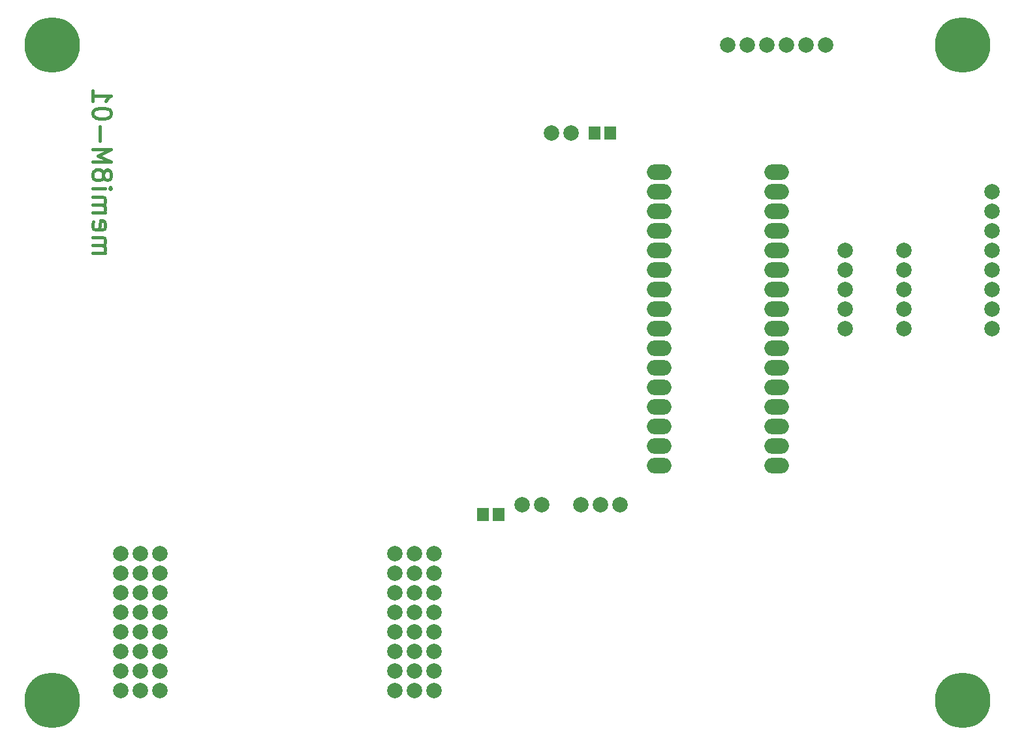
<source format=gbs>
G04 #@! TF.FileFunction,Soldermask,Bot*
%FSLAX46Y46*%
G04 Gerber Fmt 4.6, Leading zero omitted, Abs format (unit mm)*
G04 Created by KiCad (PCBNEW 4.0.7) date 01/15/20 08:26:41*
%MOMM*%
%LPD*%
G01*
G04 APERTURE LIST*
%ADD10C,0.100000*%
%ADD11C,0.400000*%
%ADD12C,2.000000*%
%ADD13R,1.600000X1.700000*%
%ADD14O,3.200000X2.000000*%
%ADD15C,7.200000*%
G04 APERTURE END LIST*
D10*
D11*
X12884286Y-34644285D02*
X14484286Y-34644285D01*
X14255714Y-34644285D02*
X14370000Y-34530000D01*
X14484286Y-34301428D01*
X14484286Y-33958571D01*
X14370000Y-33730000D01*
X14141429Y-33615714D01*
X12884286Y-33615714D01*
X14141429Y-33615714D02*
X14370000Y-33501428D01*
X14484286Y-33272857D01*
X14484286Y-32930000D01*
X14370000Y-32701428D01*
X14141429Y-32587143D01*
X12884286Y-32587143D01*
X12998571Y-30530000D02*
X12884286Y-30758571D01*
X12884286Y-31215714D01*
X12998571Y-31444285D01*
X13227143Y-31558571D01*
X14141429Y-31558571D01*
X14370000Y-31444285D01*
X14484286Y-31215714D01*
X14484286Y-30758571D01*
X14370000Y-30530000D01*
X14141429Y-30415714D01*
X13912857Y-30415714D01*
X13684286Y-31558571D01*
X12884286Y-29387142D02*
X14484286Y-29387142D01*
X14255714Y-29387142D02*
X14370000Y-29272857D01*
X14484286Y-29044285D01*
X14484286Y-28701428D01*
X14370000Y-28472857D01*
X14141429Y-28358571D01*
X12884286Y-28358571D01*
X14141429Y-28358571D02*
X14370000Y-28244285D01*
X14484286Y-28015714D01*
X14484286Y-27672857D01*
X14370000Y-27444285D01*
X14141429Y-27330000D01*
X12884286Y-27330000D01*
X12884286Y-26187142D02*
X14484286Y-26187142D01*
X15284286Y-26187142D02*
X15170000Y-26301428D01*
X15055714Y-26187142D01*
X15170000Y-26072857D01*
X15284286Y-26187142D01*
X15055714Y-26187142D01*
X14255714Y-24701428D02*
X14370000Y-24930000D01*
X14484286Y-25044285D01*
X14712857Y-25158571D01*
X14827143Y-25158571D01*
X15055714Y-25044285D01*
X15170000Y-24930000D01*
X15284286Y-24701428D01*
X15284286Y-24244285D01*
X15170000Y-24015714D01*
X15055714Y-23901428D01*
X14827143Y-23787143D01*
X14712857Y-23787143D01*
X14484286Y-23901428D01*
X14370000Y-24015714D01*
X14255714Y-24244285D01*
X14255714Y-24701428D01*
X14141429Y-24930000D01*
X14027143Y-25044285D01*
X13798571Y-25158571D01*
X13341429Y-25158571D01*
X13112857Y-25044285D01*
X12998571Y-24930000D01*
X12884286Y-24701428D01*
X12884286Y-24244285D01*
X12998571Y-24015714D01*
X13112857Y-23901428D01*
X13341429Y-23787143D01*
X13798571Y-23787143D01*
X14027143Y-23901428D01*
X14141429Y-24015714D01*
X14255714Y-24244285D01*
X12884286Y-22758571D02*
X15284286Y-22758571D01*
X13570000Y-21958571D01*
X15284286Y-21158571D01*
X12884286Y-21158571D01*
X13798571Y-20015714D02*
X13798571Y-18187143D01*
X15284286Y-16587143D02*
X15284286Y-16358571D01*
X15170000Y-16130000D01*
X15055714Y-16015714D01*
X14827143Y-15901428D01*
X14370000Y-15787143D01*
X13798571Y-15787143D01*
X13341429Y-15901428D01*
X13112857Y-16015714D01*
X12998571Y-16130000D01*
X12884286Y-16358571D01*
X12884286Y-16587143D01*
X12998571Y-16815714D01*
X13112857Y-16930000D01*
X13341429Y-17044285D01*
X13798571Y-17158571D01*
X14370000Y-17158571D01*
X14827143Y-17044285D01*
X15055714Y-16930000D01*
X15170000Y-16815714D01*
X15284286Y-16587143D01*
X12884286Y-13501429D02*
X12884286Y-14872857D01*
X12884286Y-14187143D02*
X15284286Y-14187143D01*
X14941429Y-14415714D01*
X14712857Y-14644286D01*
X14598571Y-14872857D01*
D12*
X95250000Y-7620000D03*
X97790000Y-7620000D03*
X100330000Y-7620000D03*
X102870000Y-7620000D03*
X105410000Y-7620000D03*
X107950000Y-7620000D03*
X129540000Y-29210000D03*
X129540000Y-26670000D03*
X81280000Y-67310000D03*
X78740000Y-67310000D03*
X76200000Y-67310000D03*
X129540000Y-44450000D03*
X129540000Y-41910000D03*
X129540000Y-39370000D03*
X129540000Y-36830000D03*
X129540000Y-34290000D03*
X129540000Y-31750000D03*
X71120000Y-67310000D03*
X68580000Y-67310000D03*
X72390000Y-19050000D03*
X74930000Y-19050000D03*
D13*
X63500000Y-68580000D03*
X65544700Y-68580000D03*
X80010000Y-19050000D03*
X77965300Y-19050000D03*
D12*
X110490000Y-34290000D03*
X110490000Y-36830000D03*
X110490000Y-39370000D03*
X110490000Y-41910000D03*
X110490000Y-44450000D03*
X118110000Y-44450000D03*
X118110000Y-41910000D03*
X118110000Y-39370000D03*
X118110000Y-36830000D03*
X118110000Y-34290000D03*
D14*
X86360000Y-24130000D03*
X86360000Y-26670000D03*
X86360000Y-29210000D03*
X86360000Y-31750000D03*
X86360000Y-34290000D03*
X86360000Y-36830000D03*
X86360000Y-39370000D03*
X86360000Y-41910000D03*
X86360000Y-44450000D03*
X86360000Y-46990000D03*
X86360000Y-49530000D03*
X86360000Y-52070000D03*
X86360000Y-54610000D03*
X86360000Y-57150000D03*
X86360000Y-59690000D03*
X86360000Y-62230000D03*
X101600000Y-62230000D03*
X101600000Y-59690000D03*
X101600000Y-57150000D03*
X101600000Y-54610000D03*
X101600000Y-52070000D03*
X101600000Y-49530000D03*
X101600000Y-46990000D03*
X101600000Y-44450000D03*
X101600000Y-41910000D03*
X101600000Y-39370000D03*
X101600000Y-36830000D03*
X101600000Y-34290000D03*
X101600000Y-31750000D03*
X101600000Y-29210000D03*
X101600000Y-26670000D03*
X101600000Y-24130000D03*
D12*
X21590000Y-73660000D03*
X19050000Y-73660000D03*
X16510000Y-73660000D03*
X21590000Y-76200000D03*
X19050000Y-76200000D03*
X16510000Y-76200000D03*
X21590000Y-78740000D03*
X19050000Y-78740000D03*
X16510000Y-78740000D03*
X21590000Y-81280000D03*
X19050000Y-81280000D03*
X16510000Y-81280000D03*
X21590000Y-83820000D03*
X19050000Y-83820000D03*
X16510000Y-83820000D03*
X21590000Y-86360000D03*
X19050000Y-86360000D03*
X16510000Y-86360000D03*
X21590000Y-88900000D03*
X19050000Y-88900000D03*
X16510000Y-88900000D03*
X21590000Y-91440000D03*
X19050000Y-91440000D03*
X16510000Y-91440000D03*
X57150000Y-91440000D03*
X54610000Y-91440000D03*
X52070000Y-91440000D03*
X57150000Y-88900000D03*
X54610000Y-88900000D03*
X52070000Y-88900000D03*
X57150000Y-86360000D03*
X54610000Y-86360000D03*
X52070000Y-86360000D03*
X57150000Y-83820000D03*
X54610000Y-83820000D03*
X52070000Y-83820000D03*
X57150000Y-81280000D03*
X54610000Y-81280000D03*
X52070000Y-81280000D03*
X57150000Y-78740000D03*
X54610000Y-78740000D03*
X52070000Y-78740000D03*
X57150000Y-76200000D03*
X54610000Y-76200000D03*
X52070000Y-76200000D03*
X57150000Y-73660000D03*
X54610000Y-73660000D03*
X52070000Y-73660000D03*
D15*
X7620000Y-92710000D03*
X7620000Y-7620000D03*
X125730000Y-7620000D03*
X125730000Y-92710000D03*
M02*

</source>
